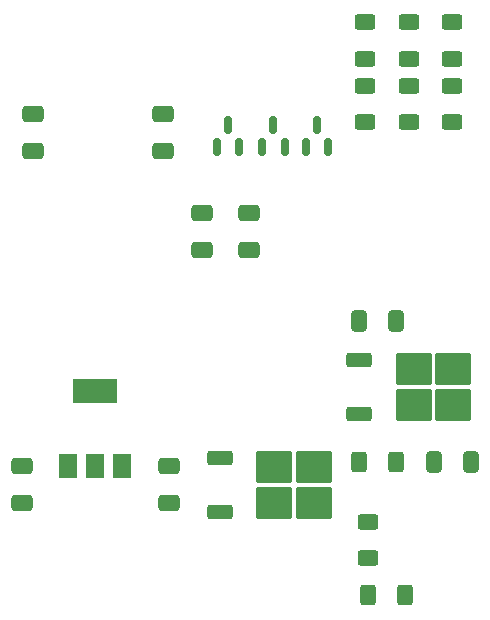
<source format=gbr>
%TF.GenerationSoftware,KiCad,Pcbnew,(7.0.0-0)*%
%TF.CreationDate,2023-06-23T15:16:10+02:00*%
%TF.ProjectId,RCcar,52436361-722e-46b6-9963-61645f706362,rev?*%
%TF.SameCoordinates,Original*%
%TF.FileFunction,Paste,Bot*%
%TF.FilePolarity,Positive*%
%FSLAX46Y46*%
G04 Gerber Fmt 4.6, Leading zero omitted, Abs format (unit mm)*
G04 Created by KiCad (PCBNEW (7.0.0-0)) date 2023-06-23 15:16:10*
%MOMM*%
%LPD*%
G01*
G04 APERTURE LIST*
G04 Aperture macros list*
%AMRoundRect*
0 Rectangle with rounded corners*
0 $1 Rounding radius*
0 $2 $3 $4 $5 $6 $7 $8 $9 X,Y pos of 4 corners*
0 Add a 4 corners polygon primitive as box body*
4,1,4,$2,$3,$4,$5,$6,$7,$8,$9,$2,$3,0*
0 Add four circle primitives for the rounded corners*
1,1,$1+$1,$2,$3*
1,1,$1+$1,$4,$5*
1,1,$1+$1,$6,$7*
1,1,$1+$1,$8,$9*
0 Add four rect primitives between the rounded corners*
20,1,$1+$1,$2,$3,$4,$5,0*
20,1,$1+$1,$4,$5,$6,$7,0*
20,1,$1+$1,$6,$7,$8,$9,0*
20,1,$1+$1,$8,$9,$2,$3,0*%
G04 Aperture macros list end*
%ADD10RoundRect,0.150000X0.150000X-0.587500X0.150000X0.587500X-0.150000X0.587500X-0.150000X-0.587500X0*%
%ADD11RoundRect,0.250000X0.625000X-0.400000X0.625000X0.400000X-0.625000X0.400000X-0.625000X-0.400000X0*%
%ADD12RoundRect,0.250000X-0.400000X-0.625000X0.400000X-0.625000X0.400000X0.625000X-0.400000X0.625000X0*%
%ADD13RoundRect,0.250000X-0.412500X-0.650000X0.412500X-0.650000X0.412500X0.650000X-0.412500X0.650000X0*%
%ADD14RoundRect,0.250000X-0.625000X0.400000X-0.625000X-0.400000X0.625000X-0.400000X0.625000X0.400000X0*%
%ADD15RoundRect,0.250000X-0.850000X-0.350000X0.850000X-0.350000X0.850000X0.350000X-0.850000X0.350000X0*%
%ADD16RoundRect,0.250000X-1.275000X-1.125000X1.275000X-1.125000X1.275000X1.125000X-1.275000X1.125000X0*%
%ADD17RoundRect,0.250000X0.650000X-0.412500X0.650000X0.412500X-0.650000X0.412500X-0.650000X-0.412500X0*%
%ADD18R,1.500000X2.000000*%
%ADD19R,3.800000X2.000000*%
%ADD20RoundRect,0.250000X-0.650000X0.412500X-0.650000X-0.412500X0.650000X-0.412500X0.650000X0.412500X0*%
%ADD21RoundRect,0.250000X0.400000X0.625000X-0.400000X0.625000X-0.400000X-0.625000X0.400000X-0.625000X0*%
G04 APERTURE END LIST*
D10*
%TO.C,Q2*%
X57050000Y-59087500D03*
X55150000Y-59087500D03*
X56100000Y-57212500D03*
%TD*%
D11*
%TO.C,R6*%
X67600000Y-51650000D03*
X67600000Y-48550000D03*
%TD*%
D12*
%TO.C,R16*%
X64125000Y-97025000D03*
X67225000Y-97025000D03*
%TD*%
D11*
%TO.C,R2*%
X63900000Y-51650000D03*
X63900000Y-48550000D03*
%TD*%
D13*
%TO.C,C9*%
X69687500Y-85800000D03*
X72812500Y-85800000D03*
%TD*%
D14*
%TO.C,R7*%
X67600000Y-53900000D03*
X67600000Y-57000000D03*
%TD*%
D15*
%TO.C,D4*%
X51550000Y-90010000D03*
D16*
X56175000Y-86205000D03*
X56175000Y-89255000D03*
X59525000Y-86205000D03*
X59525000Y-89255000D03*
D15*
X51550000Y-85450000D03*
%TD*%
D10*
%TO.C,Q3*%
X53200000Y-59087500D03*
X51300000Y-59087500D03*
X52250000Y-57212500D03*
%TD*%
D13*
%TO.C,C8*%
X63337500Y-73875000D03*
X66462500Y-73875000D03*
%TD*%
D10*
%TO.C,Q1*%
X60750000Y-59087500D03*
X58850000Y-59087500D03*
X59800000Y-57212500D03*
%TD*%
D17*
%TO.C,C3*%
X50100000Y-67812500D03*
X50100000Y-64687500D03*
%TD*%
D18*
%TO.C,U3*%
X43299999Y-86099999D03*
X40999999Y-86099999D03*
X38699999Y-86099999D03*
D19*
X40999999Y-79799999D03*
%TD*%
D20*
%TO.C,C5*%
X46800000Y-56337500D03*
X46800000Y-59462500D03*
%TD*%
D14*
%TO.C,R9*%
X71250000Y-53900000D03*
X71250000Y-57000000D03*
%TD*%
%TO.C,R11*%
X64150000Y-90825000D03*
X64150000Y-93925000D03*
%TD*%
D15*
%TO.C,U4*%
X63350000Y-81700000D03*
D16*
X67975000Y-77895000D03*
X67975000Y-80945000D03*
X71325000Y-77895000D03*
X71325000Y-80945000D03*
D15*
X63350000Y-77140000D03*
%TD*%
D20*
%TO.C,C6*%
X35750000Y-56337500D03*
X35750000Y-59462500D03*
%TD*%
D21*
%TO.C,R10*%
X66450000Y-85775000D03*
X63350000Y-85775000D03*
%TD*%
D20*
%TO.C,C1*%
X47300000Y-86137500D03*
X47300000Y-89262500D03*
%TD*%
D14*
%TO.C,R3*%
X63900000Y-53900000D03*
X63900000Y-57000000D03*
%TD*%
D20*
%TO.C,C2*%
X34850000Y-86087500D03*
X34850000Y-89212500D03*
%TD*%
%TO.C,C4*%
X54050000Y-64687500D03*
X54050000Y-67812500D03*
%TD*%
D11*
%TO.C,R8*%
X71250000Y-51650000D03*
X71250000Y-48550000D03*
%TD*%
M02*

</source>
